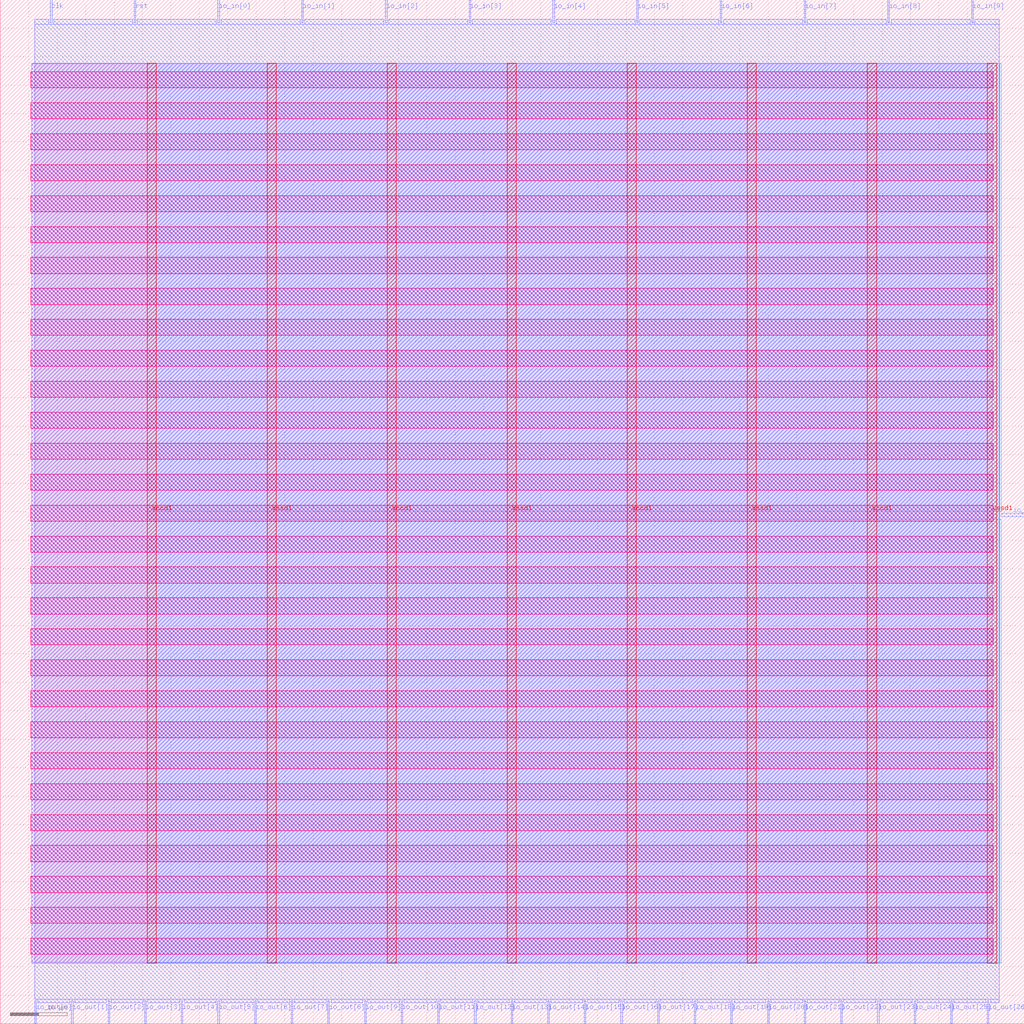
<source format=lef>
VERSION 5.7 ;
  NOWIREEXTENSIONATPIN ON ;
  DIVIDERCHAR "/" ;
  BUSBITCHARS "[]" ;
MACRO tholin_avalonsemi_5401
  CLASS BLOCK ;
  FOREIGN tholin_avalonsemi_5401 ;
  ORIGIN 0.000 0.000 ;
  SIZE 180.000 BY 180.000 ;
  PIN clk
    DIRECTION INPUT ;
    USE SIGNAL ;
    PORT
      LAYER met2 ;
        RECT 8.830 176.000 9.110 180.000 ;
    END
  END clk
  PIN io_in[0]
    DIRECTION INPUT ;
    USE SIGNAL ;
    PORT
      LAYER met2 ;
        RECT 38.270 176.000 38.550 180.000 ;
    END
  END io_in[0]
  PIN io_in[1]
    DIRECTION INPUT ;
    USE SIGNAL ;
    PORT
      LAYER met2 ;
        RECT 52.990 176.000 53.270 180.000 ;
    END
  END io_in[1]
  PIN io_in[2]
    DIRECTION INPUT ;
    USE SIGNAL ;
    PORT
      LAYER met2 ;
        RECT 67.710 176.000 67.990 180.000 ;
    END
  END io_in[2]
  PIN io_in[3]
    DIRECTION INPUT ;
    USE SIGNAL ;
    PORT
      LAYER met2 ;
        RECT 82.430 176.000 82.710 180.000 ;
    END
  END io_in[3]
  PIN io_in[4]
    DIRECTION INPUT ;
    USE SIGNAL ;
    PORT
      LAYER met2 ;
        RECT 97.150 176.000 97.430 180.000 ;
    END
  END io_in[4]
  PIN io_in[5]
    DIRECTION INPUT ;
    USE SIGNAL ;
    PORT
      LAYER met2 ;
        RECT 111.870 176.000 112.150 180.000 ;
    END
  END io_in[5]
  PIN io_in[6]
    DIRECTION INPUT ;
    USE SIGNAL ;
    PORT
      LAYER met2 ;
        RECT 126.590 176.000 126.870 180.000 ;
    END
  END io_in[6]
  PIN io_in[7]
    DIRECTION INPUT ;
    USE SIGNAL ;
    PORT
      LAYER met2 ;
        RECT 141.310 176.000 141.590 180.000 ;
    END
  END io_in[7]
  PIN io_in[8]
    DIRECTION INPUT ;
    USE SIGNAL ;
    PORT
      LAYER met2 ;
        RECT 156.030 176.000 156.310 180.000 ;
    END
  END io_in[8]
  PIN io_in[9]
    DIRECTION INPUT ;
    USE SIGNAL ;
    PORT
      LAYER met2 ;
        RECT 170.750 176.000 171.030 180.000 ;
    END
  END io_in[9]
  PIN io_oeb
    DIRECTION OUTPUT TRISTATE ;
    USE SIGNAL ;
    PORT
      LAYER met3 ;
        RECT 176.000 89.120 180.000 89.720 ;
    END
  END io_oeb
  PIN io_out[0]
    DIRECTION OUTPUT TRISTATE ;
    USE SIGNAL ;
    PORT
      LAYER met2 ;
        RECT 6.070 0.000 6.350 4.000 ;
    END
  END io_out[0]
  PIN io_out[10]
    DIRECTION OUTPUT TRISTATE ;
    USE SIGNAL ;
    PORT
      LAYER met2 ;
        RECT 70.470 0.000 70.750 4.000 ;
    END
  END io_out[10]
  PIN io_out[11]
    DIRECTION OUTPUT TRISTATE ;
    USE SIGNAL ;
    PORT
      LAYER met2 ;
        RECT 76.910 0.000 77.190 4.000 ;
    END
  END io_out[11]
  PIN io_out[12]
    DIRECTION OUTPUT TRISTATE ;
    USE SIGNAL ;
    PORT
      LAYER met2 ;
        RECT 83.350 0.000 83.630 4.000 ;
    END
  END io_out[12]
  PIN io_out[13]
    DIRECTION OUTPUT TRISTATE ;
    USE SIGNAL ;
    PORT
      LAYER met2 ;
        RECT 89.790 0.000 90.070 4.000 ;
    END
  END io_out[13]
  PIN io_out[14]
    DIRECTION OUTPUT TRISTATE ;
    USE SIGNAL ;
    PORT
      LAYER met2 ;
        RECT 96.230 0.000 96.510 4.000 ;
    END
  END io_out[14]
  PIN io_out[15]
    DIRECTION OUTPUT TRISTATE ;
    USE SIGNAL ;
    PORT
      LAYER met2 ;
        RECT 102.670 0.000 102.950 4.000 ;
    END
  END io_out[15]
  PIN io_out[16]
    DIRECTION OUTPUT TRISTATE ;
    USE SIGNAL ;
    PORT
      LAYER met2 ;
        RECT 109.110 0.000 109.390 4.000 ;
    END
  END io_out[16]
  PIN io_out[17]
    DIRECTION OUTPUT TRISTATE ;
    USE SIGNAL ;
    PORT
      LAYER met2 ;
        RECT 115.550 0.000 115.830 4.000 ;
    END
  END io_out[17]
  PIN io_out[18]
    DIRECTION OUTPUT TRISTATE ;
    USE SIGNAL ;
    PORT
      LAYER met2 ;
        RECT 121.990 0.000 122.270 4.000 ;
    END
  END io_out[18]
  PIN io_out[19]
    DIRECTION OUTPUT TRISTATE ;
    USE SIGNAL ;
    PORT
      LAYER met2 ;
        RECT 128.430 0.000 128.710 4.000 ;
    END
  END io_out[19]
  PIN io_out[1]
    DIRECTION OUTPUT TRISTATE ;
    USE SIGNAL ;
    PORT
      LAYER met2 ;
        RECT 12.510 0.000 12.790 4.000 ;
    END
  END io_out[1]
  PIN io_out[20]
    DIRECTION OUTPUT TRISTATE ;
    USE SIGNAL ;
    PORT
      LAYER met2 ;
        RECT 134.870 0.000 135.150 4.000 ;
    END
  END io_out[20]
  PIN io_out[21]
    DIRECTION OUTPUT TRISTATE ;
    USE SIGNAL ;
    PORT
      LAYER met2 ;
        RECT 141.310 0.000 141.590 4.000 ;
    END
  END io_out[21]
  PIN io_out[22]
    DIRECTION OUTPUT TRISTATE ;
    USE SIGNAL ;
    PORT
      LAYER met2 ;
        RECT 147.750 0.000 148.030 4.000 ;
    END
  END io_out[22]
  PIN io_out[23]
    DIRECTION OUTPUT TRISTATE ;
    USE SIGNAL ;
    PORT
      LAYER met2 ;
        RECT 154.190 0.000 154.470 4.000 ;
    END
  END io_out[23]
  PIN io_out[24]
    DIRECTION OUTPUT TRISTATE ;
    USE SIGNAL ;
    PORT
      LAYER met2 ;
        RECT 160.630 0.000 160.910 4.000 ;
    END
  END io_out[24]
  PIN io_out[25]
    DIRECTION OUTPUT TRISTATE ;
    USE SIGNAL ;
    PORT
      LAYER met2 ;
        RECT 167.070 0.000 167.350 4.000 ;
    END
  END io_out[25]
  PIN io_out[26]
    DIRECTION OUTPUT TRISTATE ;
    USE SIGNAL ;
    PORT
      LAYER met2 ;
        RECT 173.510 0.000 173.790 4.000 ;
    END
  END io_out[26]
  PIN io_out[2]
    DIRECTION OUTPUT TRISTATE ;
    USE SIGNAL ;
    PORT
      LAYER met2 ;
        RECT 18.950 0.000 19.230 4.000 ;
    END
  END io_out[2]
  PIN io_out[3]
    DIRECTION OUTPUT TRISTATE ;
    USE SIGNAL ;
    PORT
      LAYER met2 ;
        RECT 25.390 0.000 25.670 4.000 ;
    END
  END io_out[3]
  PIN io_out[4]
    DIRECTION OUTPUT TRISTATE ;
    USE SIGNAL ;
    PORT
      LAYER met2 ;
        RECT 31.830 0.000 32.110 4.000 ;
    END
  END io_out[4]
  PIN io_out[5]
    DIRECTION OUTPUT TRISTATE ;
    USE SIGNAL ;
    PORT
      LAYER met2 ;
        RECT 38.270 0.000 38.550 4.000 ;
    END
  END io_out[5]
  PIN io_out[6]
    DIRECTION OUTPUT TRISTATE ;
    USE SIGNAL ;
    PORT
      LAYER met2 ;
        RECT 44.710 0.000 44.990 4.000 ;
    END
  END io_out[6]
  PIN io_out[7]
    DIRECTION OUTPUT TRISTATE ;
    USE SIGNAL ;
    PORT
      LAYER met2 ;
        RECT 51.150 0.000 51.430 4.000 ;
    END
  END io_out[7]
  PIN io_out[8]
    DIRECTION OUTPUT TRISTATE ;
    USE SIGNAL ;
    PORT
      LAYER met2 ;
        RECT 57.590 0.000 57.870 4.000 ;
    END
  END io_out[8]
  PIN io_out[9]
    DIRECTION OUTPUT TRISTATE ;
    USE SIGNAL ;
    PORT
      LAYER met2 ;
        RECT 64.030 0.000 64.310 4.000 ;
    END
  END io_out[9]
  PIN rst
    DIRECTION INPUT ;
    USE SIGNAL ;
    PORT
      LAYER met2 ;
        RECT 23.550 176.000 23.830 180.000 ;
    END
  END rst
  PIN vccd1
    DIRECTION INOUT ;
    USE POWER ;
    PORT
      LAYER met4 ;
        RECT 25.820 10.640 27.420 168.880 ;
    END
    PORT
      LAYER met4 ;
        RECT 68.025 10.640 69.625 168.880 ;
    END
    PORT
      LAYER met4 ;
        RECT 110.230 10.640 111.830 168.880 ;
    END
    PORT
      LAYER met4 ;
        RECT 152.435 10.640 154.035 168.880 ;
    END
  END vccd1
  PIN vssd1
    DIRECTION INOUT ;
    USE GROUND ;
    PORT
      LAYER met4 ;
        RECT 46.920 10.640 48.520 168.880 ;
    END
    PORT
      LAYER met4 ;
        RECT 89.125 10.640 90.725 168.880 ;
    END
    PORT
      LAYER met4 ;
        RECT 131.330 10.640 132.930 168.880 ;
    END
    PORT
      LAYER met4 ;
        RECT 173.535 10.640 175.135 168.880 ;
    END
  END vssd1
  OBS
      LAYER nwell ;
        RECT 5.330 164.505 174.530 167.335 ;
        RECT 5.330 159.065 174.530 161.895 ;
        RECT 5.330 153.625 174.530 156.455 ;
        RECT 5.330 148.185 174.530 151.015 ;
        RECT 5.330 142.745 174.530 145.575 ;
        RECT 5.330 137.305 174.530 140.135 ;
        RECT 5.330 131.865 174.530 134.695 ;
        RECT 5.330 126.425 174.530 129.255 ;
        RECT 5.330 120.985 174.530 123.815 ;
        RECT 5.330 115.545 174.530 118.375 ;
        RECT 5.330 110.105 174.530 112.935 ;
        RECT 5.330 104.665 174.530 107.495 ;
        RECT 5.330 99.225 174.530 102.055 ;
        RECT 5.330 93.785 174.530 96.615 ;
        RECT 5.330 88.345 174.530 91.175 ;
        RECT 5.330 82.905 174.530 85.735 ;
        RECT 5.330 77.465 174.530 80.295 ;
        RECT 5.330 72.025 174.530 74.855 ;
        RECT 5.330 66.585 174.530 69.415 ;
        RECT 5.330 61.145 174.530 63.975 ;
        RECT 5.330 55.705 174.530 58.535 ;
        RECT 5.330 50.265 174.530 53.095 ;
        RECT 5.330 44.825 174.530 47.655 ;
        RECT 5.330 39.385 174.530 42.215 ;
        RECT 5.330 33.945 174.530 36.775 ;
        RECT 5.330 28.505 174.530 31.335 ;
        RECT 5.330 23.065 174.530 25.895 ;
        RECT 5.330 17.625 174.530 20.455 ;
        RECT 5.330 12.185 174.530 15.015 ;
      LAYER li1 ;
        RECT 5.520 10.795 174.340 168.725 ;
      LAYER met1 ;
        RECT 5.520 10.640 175.650 168.880 ;
      LAYER met2 ;
        RECT 6.080 175.720 8.550 176.530 ;
        RECT 9.390 175.720 23.270 176.530 ;
        RECT 24.110 175.720 37.990 176.530 ;
        RECT 38.830 175.720 52.710 176.530 ;
        RECT 53.550 175.720 67.430 176.530 ;
        RECT 68.270 175.720 82.150 176.530 ;
        RECT 82.990 175.720 96.870 176.530 ;
        RECT 97.710 175.720 111.590 176.530 ;
        RECT 112.430 175.720 126.310 176.530 ;
        RECT 127.150 175.720 141.030 176.530 ;
        RECT 141.870 175.720 155.750 176.530 ;
        RECT 156.590 175.720 170.470 176.530 ;
        RECT 171.310 175.720 175.630 176.530 ;
        RECT 6.080 4.280 175.630 175.720 ;
        RECT 6.630 3.670 12.230 4.280 ;
        RECT 13.070 3.670 18.670 4.280 ;
        RECT 19.510 3.670 25.110 4.280 ;
        RECT 25.950 3.670 31.550 4.280 ;
        RECT 32.390 3.670 37.990 4.280 ;
        RECT 38.830 3.670 44.430 4.280 ;
        RECT 45.270 3.670 50.870 4.280 ;
        RECT 51.710 3.670 57.310 4.280 ;
        RECT 58.150 3.670 63.750 4.280 ;
        RECT 64.590 3.670 70.190 4.280 ;
        RECT 71.030 3.670 76.630 4.280 ;
        RECT 77.470 3.670 83.070 4.280 ;
        RECT 83.910 3.670 89.510 4.280 ;
        RECT 90.350 3.670 95.950 4.280 ;
        RECT 96.790 3.670 102.390 4.280 ;
        RECT 103.230 3.670 108.830 4.280 ;
        RECT 109.670 3.670 115.270 4.280 ;
        RECT 116.110 3.670 121.710 4.280 ;
        RECT 122.550 3.670 128.150 4.280 ;
        RECT 128.990 3.670 134.590 4.280 ;
        RECT 135.430 3.670 141.030 4.280 ;
        RECT 141.870 3.670 147.470 4.280 ;
        RECT 148.310 3.670 153.910 4.280 ;
        RECT 154.750 3.670 160.350 4.280 ;
        RECT 161.190 3.670 166.790 4.280 ;
        RECT 167.630 3.670 173.230 4.280 ;
        RECT 174.070 3.670 175.630 4.280 ;
      LAYER met3 ;
        RECT 25.830 90.120 176.000 168.805 ;
        RECT 25.830 88.720 175.600 90.120 ;
        RECT 25.830 10.715 176.000 88.720 ;
  END
END tholin_avalonsemi_5401
END LIBRARY


</source>
